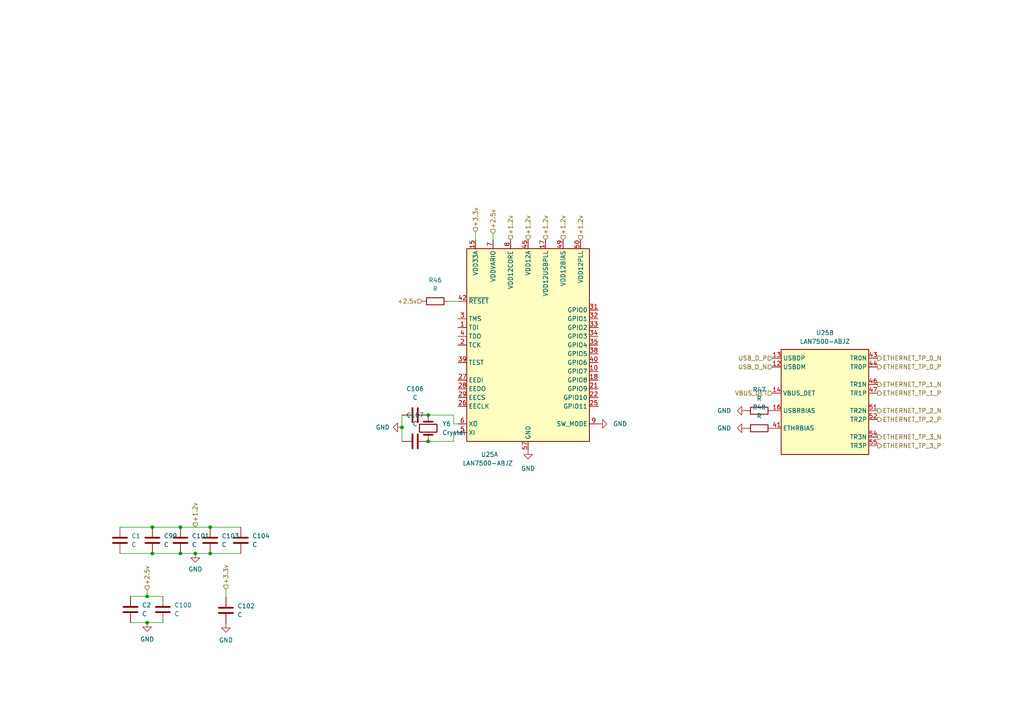
<source format=kicad_sch>
(kicad_sch (version 20210621) (generator eeschema)
  (paper "A4")
  (lib_symbols
    (symbol "Device:C" (pin_numbers hide) (pin_names (offset 0.254))
      (property "Reference" "C" (at 0.635 2.54 0))
      (property "Value" "C" (at 0.635 -2.54 0))
      (symbol "C_0_1"
        (polyline (pts (xy -2.032 -0.762) (xy 2.032 -0.762)) (stroke (width 0.508)))
        (polyline (pts (xy -2.032 0.762) (xy 2.032 0.762)) (stroke (width 0.508)))
      )
      (symbol "C_1_1"
        (pin passive line (at 0 3.81 270) (length 2.794) (name "~") (number "1"))
        (pin passive line (at 0 -3.81 90) (length 2.794) (name "~") (number "2"))
      )
    )
    (symbol "Device:Crystal" (pin_numbers hide) (pin_names (offset 1.016) hide)
      (property "Reference" "Y" (at 0 3.81 0))
      (property "Value" "Crystal" (at 0 -3.81 0))
      (symbol "Crystal_0_1"
        (rectangle (start -1.143 2.54) (end 1.143 -2.54) (stroke (width 0.3048)))
        (polyline (pts (xy -2.54 0) (xy -1.905 0)))
        (polyline (pts (xy -1.905 -1.27) (xy -1.905 1.27)) (stroke (width 0.508)))
        (polyline (pts (xy 1.905 -1.27) (xy 1.905 1.27)) (stroke (width 0.508)))
        (polyline (pts (xy 2.54 0) (xy 1.905 0)))
      )
      (symbol "Crystal_1_1"
        (pin passive line (at -3.81 0 0) (length 1.27) (name "1") (number "1"))
        (pin passive line (at 3.81 0 180) (length 1.27) (name "2") (number "2"))
      )
    )
    (symbol "Device:R" (pin_numbers hide) (pin_names (offset 0))
      (property "Reference" "R" (at 2.032 0 90))
      (property "Value" "R" (at 0 0 90))
      (symbol "R_0_1"
        (rectangle (start -1.016 -2.54) (end 1.016 2.54) (stroke (width 0.254)))
      )
      (symbol "R_1_1"
        (pin passive line (at 0 3.81 270) (length 1.27) (name "~") (number "1"))
        (pin passive line (at 0 -3.81 90) (length 1.27) (name "~") (number "2"))
      )
    )
    (symbol "Interface_Ethernet:LAN7500-ABJZ"
      (property "Reference" "U" (at -17.78 -29.21 0))
      (property "Value" "LAN7500-ABJZ" (at -17.78 -31.75 0))
      (symbol "LAN7500-ABJZ_1_1"
        (rectangle (start -17.78 27.94) (end 17.78 -27.94) (stroke (width 0.254)) (fill (type background)))
        (pin input line (at -20.32 5.08 0) (length 2.54) (name "TDI") (number "1"))
        (pin bidirectional line (at 20.32 -7.62 180) (length 2.54) (name "GPIO7") (number "10"))
        (pin passive line (at -5.08 30.48 270) (length 2.54) hide (name "VDD12CORE") (number "11"))
        (pin power_in line (at -15.24 30.48 270) (length 2.54) (name "VDD33A") (number "15"))
        (pin power_in line (at 5.08 30.48 270) (length 2.54) (name "VDD12USBPLL") (number "17"))
        (pin bidirectional line (at 20.32 -10.16 180) (length 2.54) (name "GPIO8") (number "18"))
        (pin passive line (at -10.16 30.48 270) (length 2.54) hide (name "VDDVARIO") (number "19"))
        (pin input line (at -20.32 0 0) (length 2.54) (name "TCK") (number "2"))
        (pin passive line (at -5.08 30.48 270) (length 2.54) hide (name "VDD12CORE") (number "20"))
        (pin bidirectional line (at 20.32 -12.7 180) (length 2.54) (name "GPIO9") (number "21"))
        (pin bidirectional line (at 20.32 -15.24 180) (length 2.54) (name "GPIO10") (number "22"))
        (pin passive line (at -5.08 30.48 270) (length 2.54) hide (name "VDD12CORE") (number "23"))
        (pin passive line (at -10.16 30.48 270) (length 2.54) hide (name "VDDVARIO") (number "24"))
        (pin bidirectional line (at 20.32 -17.78 180) (length 2.54) (name "GPIO11") (number "25"))
        (pin output line (at -20.32 -17.78 0) (length 2.54) (name "EECLK") (number "26"))
        (pin input line (at -20.32 -10.16 0) (length 2.54) (name "EEDI") (number "27"))
        (pin output line (at -20.32 -12.7 0) (length 2.54) (name "EEDO") (number "28"))
        (pin output line (at -20.32 -15.24 0) (length 2.54) (name "EECS") (number "29"))
        (pin input line (at -20.32 7.62 0) (length 2.54) (name "TMS") (number "3"))
        (pin passive line (at -5.08 30.48 270) (length 2.54) hide (name "VDD12CORE") (number "30"))
        (pin bidirectional line (at 20.32 10.16 180) (length 2.54) (name "GPIO0") (number "31"))
        (pin bidirectional line (at 20.32 7.62 180) (length 2.54) (name "GPIO1") (number "32"))
        (pin bidirectional line (at 20.32 5.08 180) (length 2.54) (name "GPIO2") (number "33"))
        (pin bidirectional line (at 20.32 2.54 180) (length 2.54) (name "GPIO3") (number "34"))
        (pin bidirectional line (at 20.32 0 180) (length 2.54) (name "GPIO4") (number "35"))
        (pin passive line (at -5.08 30.48 270) (length 2.54) hide (name "VDD12CORE") (number "36"))
        (pin passive line (at -10.16 30.48 270) (length 2.54) hide (name "VDDVARIO") (number "37"))
        (pin bidirectional line (at 20.32 -2.54 180) (length 2.54) (name "GPIO5") (number "38"))
        (pin input line (at -20.32 -5.08 0) (length 2.54) (name "TEST") (number "39"))
        (pin output line (at -20.32 2.54 0) (length 2.54) (name "TDO") (number "4"))
        (pin bidirectional line (at 20.32 -5.08 180) (length 2.54) (name "GPIO6") (number "40"))
        (pin input line (at -20.32 12.7 0) (length 2.54) (name "~{RESET}") (number "42"))
        (pin power_in line (at 0 30.48 270) (length 2.54) (name "VDD12A") (number "45"))
        (pin passive line (at 0 30.48 270) (length 2.54) hide (name "VDD12A") (number "48"))
        (pin power_in line (at 10.16 30.48 270) (length 2.54) (name "VDD12BIAS") (number "49"))
        (pin input line (at -20.32 -25.4 0) (length 2.54) (name "XI") (number "5"))
        (pin power_in line (at 15.24 30.48 270) (length 2.54) (name "VDD12PLL") (number "50"))
        (pin passive line (at 0 30.48 270) (length 2.54) hide (name "VDD12A") (number "53"))
        (pin passive line (at 0 30.48 270) (length 2.54) hide (name "VDD12A") (number "56"))
        (pin power_in line (at 0 -30.48 90) (length 2.54) (name "GND") (number "57"))
        (pin output line (at -20.32 -22.86 0) (length 2.54) (name "XO") (number "6"))
        (pin power_in line (at -10.16 30.48 270) (length 2.54) (name "VDDVARIO") (number "7"))
        (pin power_in line (at -5.08 30.48 270) (length 2.54) (name "VDD12CORE") (number "8"))
        (pin output line (at 20.32 -22.86 180) (length 2.54) (name "SW_MODE") (number "9"))
      )
      (symbol "LAN7500-ABJZ_2_1"
        (rectangle (start 12.7 -15.24) (end -12.7 15.24) (stroke (width 0.254)) (fill (type background)))
        (pin bidirectional line (at -15.24 10.16 0) (length 2.54) (name "USBDM") (number "12"))
        (pin bidirectional line (at -15.24 12.7 0) (length 2.54) (name "USBDP") (number "13"))
        (pin input line (at -15.24 2.54 0) (length 2.54) (name "VBUS_DET") (number "14"))
        (pin passive line (at -15.24 -2.54 0) (length 2.54) (name "USBRBIAS") (number "16"))
        (pin passive line (at -15.24 -7.62 0) (length 2.54) (name "ETHRBIAS") (number "41"))
        (pin bidirectional line (at 15.24 12.7 180) (length 2.54) (name "TR0N") (number "43"))
        (pin bidirectional line (at 15.24 10.16 180) (length 2.54) (name "TR0P") (number "44"))
        (pin bidirectional line (at 15.24 5.08 180) (length 2.54) (name "TR1N") (number "46"))
        (pin bidirectional line (at 15.24 2.54 180) (length 2.54) (name "TR1P") (number "47"))
        (pin bidirectional line (at 15.24 -2.54 180) (length 2.54) (name "TR2N") (number "51"))
        (pin bidirectional line (at 15.24 -5.08 180) (length 2.54) (name "TR2P") (number "52"))
        (pin bidirectional line (at 15.24 -10.16 180) (length 2.54) (name "TR3N") (number "54"))
        (pin bidirectional line (at 15.24 -12.7 180) (length 2.54) (name "TR3P") (number "55"))
      )
    )
    (symbol "power:GND" (power) (pin_names (offset 0))
      (property "Value" "GND" (at 0 -3.81 0))
      (symbol "GND_0_1"
        (polyline (pts (xy 0 0) (xy 0 -1.27) (xy 1.27 -1.27) (xy 0 -2.54) (xy -1.27 -1.27) (xy 0 -1.27)))
      )
      (symbol "GND_1_1"
        (pin power_in line (at 0 0 270) (length 0) hide (name "GND") (number "1"))
      )
    )
  )
  (junction (at 42.672 180.594))
  (junction (at 52.324 160.528))
  (junction (at 116.586 123.952))
  (junction (at 60.96 160.528))
  (junction (at 124.206 120.396))
  (junction (at 42.672 172.974))
  (junction (at 44.196 152.908))
  (junction (at 52.324 152.908))
  (junction (at 44.196 160.528))
  (junction (at 56.642 160.528))
  (junction (at 124.206 128.016))
  (junction (at 60.96 152.908))
  (wire (pts (xy 60.96 160.528) (xy 69.85 160.528)))
  (wire (pts (xy 52.324 160.528) (xy 56.642 160.528)))
  (wire (pts (xy 44.196 160.528) (xy 52.324 160.528)))
  (wire (pts (xy 34.798 160.528) (xy 44.196 160.528)))
  (wire (pts (xy 56.642 160.528) (xy 60.96 160.528)))
  (wire (pts (xy 131.572 120.396) (xy 131.572 122.936)))
  (wire (pts (xy 131.572 122.936) (xy 132.842 122.936)))
  (wire (pts (xy 124.206 120.396) (xy 131.572 120.396)))
  (wire (pts (xy 116.586 120.396) (xy 116.586 123.952)))
  (wire (pts (xy 116.586 123.952) (xy 116.586 128.016)))
  (wire (pts (xy 130.048 87.376) (xy 132.842 87.376)))
  (wire (pts (xy 60.96 152.908) (xy 69.85 152.908)))
  (wire (pts (xy 52.324 152.908) (xy 60.96 152.908)))
  (wire (pts (xy 34.798 152.908) (xy 44.196 152.908)))
  (wire (pts (xy 44.196 152.908) (xy 52.324 152.908)))
  (wire (pts (xy 137.922 67.31) (xy 137.922 69.596)))
  (wire (pts (xy 124.206 128.016) (xy 131.572 128.016)))
  (wire (pts (xy 131.572 128.016) (xy 131.572 125.476)))
  (wire (pts (xy 131.572 125.476) (xy 132.842 125.476)))
  (wire (pts (xy 143.002 67.818) (xy 143.002 69.596)))
  (wire (pts (xy 65.532 170.942) (xy 65.532 173.228)))
  (wire (pts (xy 37.846 172.974) (xy 42.672 172.974)))
  (wire (pts (xy 42.672 172.974) (xy 47.244 172.974)))
  (wire (pts (xy 42.672 180.594) (xy 47.244 180.594)))
  (wire (pts (xy 37.846 180.594) (xy 42.672 180.594)))
  (wire (pts (xy 42.672 171.196) (xy 42.672 172.974)))
  (hierarchical_label "+3.3v" (shape input) (at 65.532 170.942 90))
  (hierarchical_label "+1.2v" (shape input) (at 148.082 69.596 90))
  (hierarchical_label "+1.2v" (shape input) (at 158.242 69.596 90))
  (hierarchical_label "+2.5v" (shape input) (at 42.672 171.196 90))
  (hierarchical_label "USB_D_P" (shape input) (at 224.028 103.886 180))
  (hierarchical_label "VBUS_DET" (shape input) (at 224.028 114.046 180))
  (hierarchical_label "+1.2v" (shape input) (at 163.322 69.596 90))
  (hierarchical_label "+3.3v" (shape input) (at 137.922 67.31 90))
  (hierarchical_label "+2.5v" (shape input) (at 143.002 67.818 90))
  (hierarchical_label "+1.2v" (shape input) (at 153.162 69.596 90))
  (hierarchical_label "ETHERNET_TP_2_P" (shape output) (at 254.508 121.666 0))
  (hierarchical_label "ETHERNET_TP_1_N" (shape output) (at 254.508 111.506 0))
  (hierarchical_label "+1.2v" (shape input) (at 168.402 69.596 90))
  (hierarchical_label "ETHERNET_TP_1_P" (shape output) (at 254.508 114.046 0))
  (hierarchical_label "+1.2v" (shape input) (at 56.642 152.908 90))
  (hierarchical_label "ETHERNET_TP_3_P" (shape output) (at 254.508 129.286 0))
  (hierarchical_label "ETHERNET_TP_0_P" (shape output) (at 254.508 106.426 0))
  (hierarchical_label "ETHERNET_TP_2_N" (shape output) (at 254.508 119.126 0))
  (hierarchical_label "+2.5v" (shape input) (at 122.428 87.376 180))
  (hierarchical_label "ETHERNET_TP_3_N" (shape output) (at 254.508 126.746 0))
  (hierarchical_label "USB_D_N" (shape input) (at 224.028 106.426 180))
  (hierarchical_label "ETHERNET_TP_0_N" (shape output) (at 254.508 103.886 0))
  (symbol (lib_id "Device:C") (at 120.396 128.016 90) (unit 1)
    (property "Reference" "C107" (at 120.396 120.396 90))
    (property "Value" "C" (at 120.396 122.936 90))
    (property "Footprint" "Capacitor_SMD:C_0402_1005Metric" (effects hide))
  )
  (symbol (lib_id "power:GND") (at 173.482 122.936 90) (unit 1)
    (property "Reference" "#PWR0140" (effects hide))
    (property "Value" "GND" (at 177.8 122.9359 90) (effects (justify right)))
  )
  (symbol (lib_id "Device:C") (at 120.396 120.396 90) (unit 1)
    (property "Reference" "C106" (at 120.396 112.776 90))
    (property "Value" "C" (at 120.396 115.316 90))
    (property "Footprint" "Capacitor_SMD:C_0402_1005Metric" (effects hide))
  )
  (symbol (lib_id "power:GND") (at 56.642 160.528 0) (unit 1)
    (property "Reference" "#PWR0144" (effects hide))
    (property "Value" "GND" (at 56.642 165.1 0))
  )
  (symbol (lib_id "power:GND") (at 216.408 124.206 270) (unit 1)
    (property "Reference" "#PWR0142" (effects hide))
    (property "Value" "GND" (at 212.09 124.2059 90) (effects (justify right)))
  )
  (symbol (lib_id "Interface_Ethernet:LAN7500-ABJZ") (at 239.268 116.586 0) (unit 2)
    (property "Reference" "U25" (at 239.268 96.52 0))
    (property "Value" "LAN7500-ABJZ" (at 239.268 99.06 0))
    (property "Footprint" "Package_DFN_QFN:QFN-56-1EP_8x8mm_P0.5mm_EP5.9x5.9mm" (effects hide))
    (property "Datasheet" "http://ww1.microchip.com/downloads/en/DeviceDoc/00001734B.pdf" (effects hide))
  )
  (symbol (lib_id "Device:R") (at 126.238 87.376 90) (unit 1)
    (property "Reference" "R46" (at 126.238 81.28 90))
    (property "Value" "R" (at 126.238 83.82 90))
    (property "Footprint" "Resistor_SMD:R_0402_1005Metric" (effects hide))
  )
  (symbol (lib_id "power:GND") (at 116.586 123.952 270) (unit 1)
    (property "Reference" "#PWR0143" (effects hide))
    (property "Value" "GND" (at 113.03 123.9519 90) (effects (justify right)))
  )
  (symbol (lib_id "power:GND") (at 153.162 130.556 0) (unit 1)
    (property "Reference" "#PWR0139" (effects hide))
    (property "Value" "GND" (at 153.162 135.89 0))
  )
  (symbol (lib_id "Device:C") (at 65.532 177.038 0) (unit 1)
    (property "Reference" "C102" (at 68.834 175.7679 0) (effects (justify left)))
    (property "Value" "C" (at 68.834 178.3079 0) (effects (justify left)))
    (property "Footprint" "Capacitor_SMD:C_0402_1005Metric" (effects hide))
  )
  (symbol (lib_id "Device:C") (at 47.244 176.784 0) (unit 1)
    (property "Reference" "C100" (at 50.546 175.5139 0) (effects (justify left)))
    (property "Value" "C" (at 50.546 178.0539 0) (effects (justify left)))
    (property "Footprint" "Capacitor_SMD:C_0402_1005Metric" (effects hide))
  )
  (symbol (lib_id "Device:C") (at 52.324 156.718 0) (unit 1)
    (property "Reference" "C101" (at 55.626 155.4479 0) (effects (justify left)))
    (property "Value" "C" (at 55.626 157.9879 0) (effects (justify left)))
    (property "Footprint" "Capacitor_SMD:C_0402_1005Metric" (effects hide))
  )
  (symbol (lib_id "Device:C") (at 60.96 156.718 0) (unit 1)
    (property "Reference" "C103" (at 64.262 155.4479 0) (effects (justify left)))
    (property "Value" "C" (at 64.262 157.9879 0) (effects (justify left)))
    (property "Footprint" "Capacitor_SMD:C_0402_1005Metric" (effects hide))
  )
  (symbol (lib_id "Interface_Ethernet:LAN7500-ABJZ") (at 153.162 100.076 0) (unit 1)
    (property "Reference" "U25" (at 141.986 131.826 0))
    (property "Value" "LAN7500-ABJZ" (at 141.478 134.366 0))
    (property "Footprint" "Package_DFN_QFN:QFN-56-1EP_8x8mm_P0.5mm_EP5.9x5.9mm" (effects hide))
    (property "Datasheet" "http://ww1.microchip.com/downloads/en/DeviceDoc/00001734B.pdf" (effects hide))
  )
  (symbol (lib_id "power:GND") (at 216.408 119.126 270) (unit 1)
    (property "Reference" "#PWR0141" (effects hide))
    (property "Value" "GND" (at 212.09 119.1259 90) (effects (justify right)))
  )
  (symbol (lib_id "power:GND") (at 65.532 180.848 0) (unit 1)
    (property "Reference" "#PWR0146" (effects hide))
    (property "Value" "GND" (at 65.532 185.674 0))
  )
  (symbol (lib_id "Device:C") (at 34.798 156.718 0) (unit 1)
    (property "Reference" "C1" (at 38.1 155.4479 0) (effects (justify left)))
    (property "Value" "C" (at 38.1 157.9879 0) (effects (justify left)))
    (property "Footprint" "Capacitor_SMD:C_0402_1005Metric" (effects hide))
  )
  (symbol (lib_id "Device:C") (at 69.85 156.718 0) (unit 1)
    (property "Reference" "C104" (at 73.152 155.4479 0) (effects (justify left)))
    (property "Value" "C" (at 73.152 157.9879 0) (effects (justify left)))
    (property "Footprint" "Capacitor_SMD:C_0402_1005Metric" (effects hide))
  )
  (symbol (lib_id "Device:C") (at 37.846 176.784 0) (unit 1)
    (property "Reference" "C2" (at 41.148 175.5139 0) (effects (justify left)))
    (property "Value" "C" (at 41.148 178.0539 0) (effects (justify left)))
    (property "Footprint" "Capacitor_SMD:C_0402_1005Metric" (effects hide))
  )
  (symbol (lib_id "power:GND") (at 42.672 180.594 0) (unit 1)
    (property "Reference" "#PWR0145" (effects hide))
    (property "Value" "GND" (at 42.672 185.42 0))
  )
  (symbol (lib_id "Device:C") (at 44.196 156.718 0) (unit 1)
    (property "Reference" "C99" (at 47.498 155.4479 0) (effects (justify left)))
    (property "Value" "C" (at 47.498 157.9879 0) (effects (justify left)))
    (property "Footprint" "Capacitor_SMD:C_0402_1005Metric" (effects hide))
  )
  (symbol (lib_id "Device:Crystal") (at 124.206 124.206 90) (unit 1)
    (property "Reference" "Y6" (at 128.27 122.9359 90) (effects (justify right)))
    (property "Value" "Crystal" (at 128.27 125.4759 90) (effects (justify right)))
    (property "Footprint" "Crystal:Crystal_SMD_2012-2Pin_2.0x1.2mm" (effects hide))
  )
  (symbol (lib_id "Device:R") (at 220.218 119.126 90) (unit 1)
    (property "Reference" "R47" (at 220.218 113.03 90))
    (property "Value" "R" (at 220.218 115.57 90))
    (property "Footprint" "Resistor_SMD:R_0402_1005Metric" (effects hide))
  )
  (symbol (lib_id "Device:R") (at 220.218 124.206 90) (unit 1)
    (property "Reference" "R48" (at 220.218 118.11 90))
    (property "Value" "R" (at 220.218 120.65 90))
    (property "Footprint" "Resistor_SMD:R_0402_1005Metric" (effects hide))
  )
)
</source>
